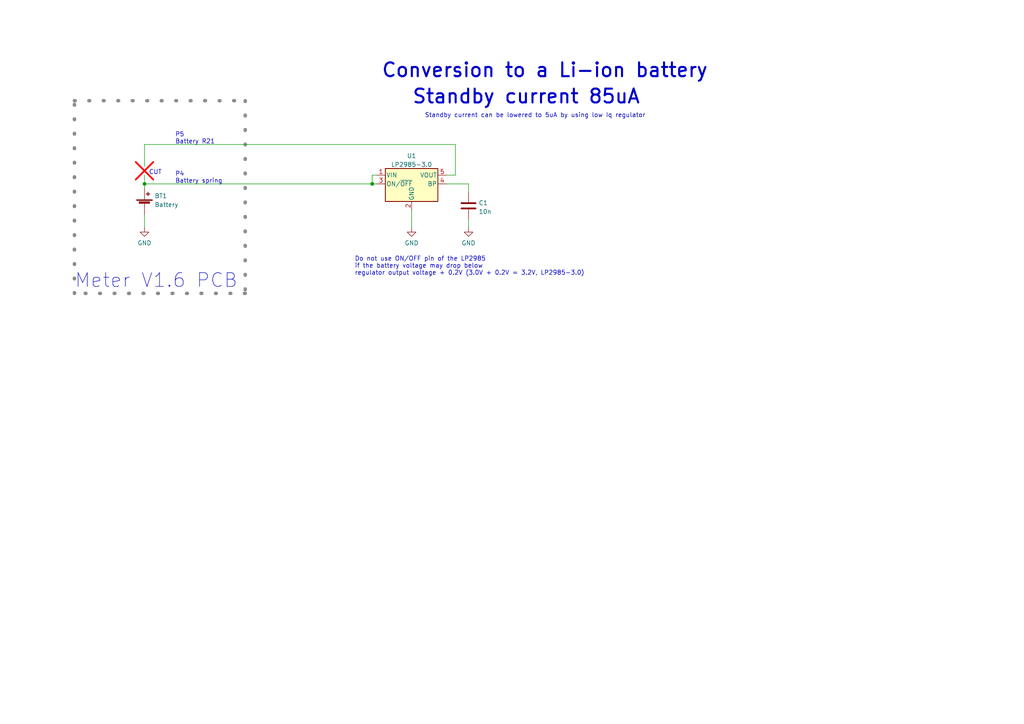
<source format=kicad_sch>
(kicad_sch (version 20211123) (generator eeschema)
  (paper "A4")
  (lib_symbols
    (symbol "Device:Battery_Cell" (pin_numbers hide) (pin_names (offset 0) hide)
      (property "Reference" "BT" (at 2.54 2.54 0))
      (property "Value" "Battery_Cell" (at 2.54 0 0))
      (symbol "Battery_Cell_0_1"
        (rectangle (start -2.286 1.778) (end 2.286 1.524) (fill (type outline)))
        (rectangle (start -1.5748 1.1938) (end 1.4732 0.6858) (fill (type outline)))
        (polyline (pts (xy 0 0.762) (xy 0 0)))
        (polyline (pts (xy 0 1.778) (xy 0 2.54)))
        (polyline (pts (xy 0.508 3.429) (xy 1.524 3.429)) (stroke (width 0.254)))
        (polyline (pts (xy 1.016 3.937) (xy 1.016 2.921)) (stroke (width 0.254)))
      )
      (symbol "Battery_Cell_1_1"
        (pin passive line (at 0 5.08 270) (length 2.54) (name "+") (number "1"))
        (pin passive line (at 0 -2.54 90) (length 2.54) (name "-") (number "2"))
      )
    )
    (symbol "Device:C" (pin_numbers hide) (pin_names (offset 0.254))
      (property "Reference" "C" (at 0.635 2.54 0))
      (property "Value" "C" (at 0.635 -2.54 0))
      (symbol "C_0_1"
        (polyline (pts (xy -2.032 -0.762) (xy 2.032 -0.762)) (stroke (width 0.508)))
        (polyline (pts (xy -2.032 0.762) (xy 2.032 0.762)) (stroke (width 0.508)))
      )
      (symbol "C_1_1"
        (pin passive line (at 0 3.81 270) (length 2.794) (name "~") (number "1"))
        (pin passive line (at 0 -3.81 90) (length 2.794) (name "~") (number "2"))
      )
    )
    (symbol "Regulator_Linear:LP2985-3.0" (pin_names (offset 0.254))
      (property "Reference" "U" (at -6.35 5.715 0))
      (property "Value" "LP2985-3.0" (at 0 5.715 0))
      (symbol "LP2985-3.0_0_1"
        (rectangle (start -7.62 -5.08) (end 7.62 4.445) (stroke (width 0.254)) (fill (type background)))
      )
      (symbol "LP2985-3.0_1_1"
        (pin power_in line (at -10.16 2.54 0) (length 2.54) (name "VIN") (number "1"))
        (pin power_in line (at 0 -7.62 90) (length 2.54) (name "GND") (number "2"))
        (pin input line (at -10.16 0 0) (length 2.54) (name "ON/~{OFF}") (number "3"))
        (pin input line (at 10.16 0 180) (length 2.54) (name "BP") (number "4"))
        (pin power_out line (at 10.16 2.54 180) (length 2.54) (name "VOUT") (number "5"))
      )
    )
    (symbol "power:GND" (power) (pin_names (offset 0))
      (property "Value" "GND" (at 0 -3.81 0))
      (symbol "GND_0_1"
        (polyline (pts (xy 0 0) (xy 0 -1.27) (xy 1.27 -1.27) (xy 0 -2.54) (xy -1.27 -1.27) (xy 0 -1.27)))
      )
      (symbol "GND_1_1"
        (pin power_in line (at 0 0 270) (length 0) hide (name "GND") (number "1"))
      )
    )
  )
  (junction (at 107.95 53.34))
  (junction (at 41.91 53.34))
  (wire (pts (xy 107.95 50.8) (xy 109.22 50.8)))
  (wire (pts (xy 41.91 53.34) (xy 41.91 54.61)))
  (wire (pts (xy 132.08 41.91) (xy 41.91 41.91)))
  (polyline (pts (xy 21.59 29.21) (xy 71.12 29.21)) (stroke (width 1) (type dot) (color 132 132 132 1)))
  (wire (pts (xy 119.38 66.04) (xy 119.38 60.96)))
  (polyline (pts (xy 71.12 85.09) (xy 21.59 85.09)) (stroke (width 1) (type dot) (color 132 132 132 1)))
  (wire (pts (xy 129.54 53.34) (xy 135.89 53.34)))
  (wire (pts (xy 135.89 53.34) (xy 135.89 55.88)))
  (wire (pts (xy 129.54 50.8) (xy 132.08 50.8)))
  (polyline (pts (xy 39.37 46.99) (xy 44.45 52.07)) (stroke (width 0.5) (type solid) (color 255 0 0 1)))
  (polyline (pts (xy 39.37 52.07) (xy 44.45 46.99)) (stroke (width 0.5) (type solid) (color 255 0 0 1)))
  (wire (pts (xy 135.89 63.5) (xy 135.89 66.04)))
  (wire (pts (xy 41.91 62.23) (xy 41.91 66.04)))
  (wire (pts (xy 109.22 53.34) (xy 107.95 53.34)))
  (polyline (pts (xy 21.59 85.09) (xy 21.59 29.21)) (stroke (width 1) (type dot) (color 132 132 132 1)))
  (wire (pts (xy 107.95 53.34) (xy 107.95 50.8)))
  (polyline (pts (xy 71.12 29.21) (xy 71.12 85.09)) (stroke (width 1) (type dot) (color 132 132 132 1)))
  (wire (pts (xy 41.91 41.91) (xy 41.91 48.26)))
  (wire (pts (xy 41.91 53.34) (xy 107.95 53.34)))
  (wire (pts (xy 132.08 50.8) (xy 132.08 41.91)))
  (wire (pts (xy 41.91 50.8) (xy 41.91 53.34)))
  (text "Do not use ON/OFF pin of the LP2985\nif the battery voltage may drop below \nregulator output voltage + 0.2V (3.0V + 0.2V = 3.2V, LP2985-3.0)" (at 102.87 80.01 0) (effects (font (size 1.27 1.27)) (justify left bottom)))
  (text "CUT" (at 43.18 50.8 0) (effects (font (size 1.27 1.27)) (justify left bottom)))
  (text "Standby current can be lowered to 5uA by using low Iq regulator" (at 123.19 34.29 0) (effects (font (size 1.27 1.27)) (justify left bottom)))
  (text "Meter V1.6 PCB" (at 21.59 83.82 0) (effects (font (size 4 4)) (justify left bottom)))
  (text "P5\nBattery R21" (at 50.8 41.91 0) (effects (font (size 1.27 1.27)) (justify left bottom)))
  (text "Standby current 85uA" (at 119.38 30.48 0) (effects (font (size 4 4) (thickness 0.6) bold) (justify left bottom)))
  (text "Conversion to a Li-ion battery" (at 110.49 22.86 0) (effects (font (size 4 4) (thickness 0.6) bold) (justify left bottom)))
  (text "P4\nBattery spring" (at 50.8 53.34 0) (effects (font (size 1.27 1.27)) (justify left bottom)))
  (symbol (lib_id "power:GND") (at 41.91 66.04 0) (unit 1)
    (property "Reference" "#PWR01" (effects hide))
    (property "Value" "GND" (at 41.91 70.4834 0))
  )
  (symbol (lib_id "Regulator_Linear:LP2985-3.0") (at 119.38 53.34 0) (unit 1)
    (property "Reference" "U1" (at 119.38 45.1952 0))
    (property "Value" "LP2985-3.0" (at 119.38 47.7321 0))
    (property "Footprint" "Package_TO_SOT_SMD:SOT-23-5" (effects hide))
    (property "Datasheet" "http://www.ti.com/lit/ds/symlink/lp2985.pdf" (effects hide))
  )
  (symbol (lib_id "Device:C") (at 135.89 59.69 0) (unit 1)
    (property "Reference" "C1" (at 138.811 58.8553 0) (effects (justify left)))
    (property "Value" "10n" (at 138.811 61.3922 0) (effects (justify left)))
  )
  (symbol (lib_id "Device:Battery_Cell") (at 41.91 59.69 0) (unit 1)
    (property "Reference" "BT1" (at 44.831 56.8233 0) (effects (justify left)))
    (property "Value" "Battery" (at 44.831 59.3602 0) (effects (justify left)))
  )
  (symbol (lib_id "power:GND") (at 119.38 66.04 0) (unit 1)
    (property "Reference" "#PWR02" (effects hide))
    (property "Value" "GND" (at 119.38 70.4834 0))
  )
  (symbol (lib_id "power:GND") (at 135.89 66.04 0) (unit 1)
    (property "Reference" "#PWR03" (effects hide))
    (property "Value" "GND" (at 135.89 70.4834 0))
  )
)
</source>
